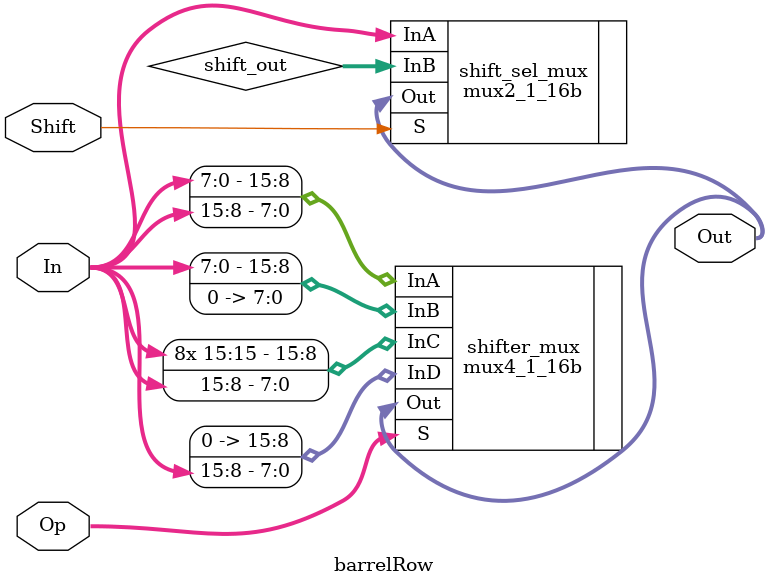
<source format=v>
module barrelRow (In, Shift, Op, Out);

   // declare constant for size of inputs, outputs (N) and # bits to shift (C)
   parameter   N = 16;
   parameter   O = 2;
   parameter   S = 8; //number of bits to shift

   input [N-1:0]   In;
   input Shift; //shift if 1
   input [O-1:0]   Op;
   output [N-1:0]  Out;

   /* YOUR CODE HERE */
   wire [N-1:0] shift_out;

//    always @(In, Shift, Op)
//       casex ({Shift, Op})
//          3'b0xx   : Out = {In[N-1:0]};
//          3'b100   : Out = {In[N-S-1:0], In[N-1:N-S]};
//          3'b101   : Out = {In[N-S-1:0], {S{1'b0}} };
//          3'b110   : Out = { {S{In[N-1]}}, In[N-1:S]};
//          3'b111   : Out = { {S{1'b0}}, In[N-1:S]};
//          default  : $error("DEFAULT CASE FOR BARREL SHIFTER");
//       endcase

    mux4_1_16b shifter_mux(.InA({In[N-S-1:0], In[N-1:N-S]}), 
                    .InB({In[N-S-1:0], {S{1'b0}} }), 
                    .InC({ {S{In[N-1]}}, In[N-1:S]}), 
                    .InD({ {S{1'b0}}, In[N-1:S]}), 
                    .S(Op), 
                    .Out(Out));
    mux2_1_16b shift_sel_mux(.InA(In), .InB(shift_out), .S(Shift), .Out(Out));

         
   
endmodule
</source>
